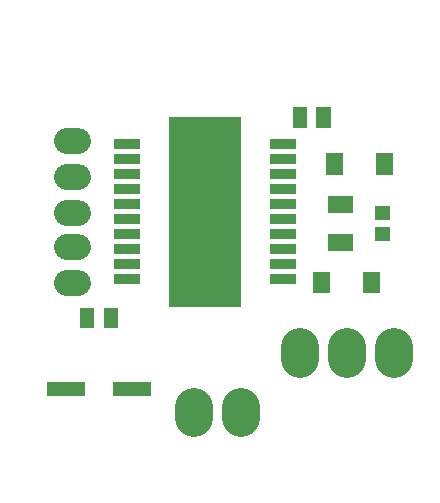
<source format=gts>
G04 Layer: TopSolderMaskLayer*
G04 EasyEDA v6.3.53, 2020-06-26T16:53:54--4:00*
G04 395d111042f2402990e7a52cfaf045f1,10*
G04 Gerber Generator version 0.2*
G04 Scale: 100 percent, Rotated: No, Reflected: No *
G04 Dimensions in millimeters *
G04 leading zeros omitted , absolute positions ,3 integer and 3 decimal *
%FSLAX33Y33*%
%MOMM*%
G90*
G71D02*

%ADD26C,2.203196*%
%ADD27C,3.203194*%
%ADD29R,6.203188X16.103194*%

%LPD*%
G54D26*
G01X1966Y25482D02*
G01X2966Y25482D01*
G01X1966Y22434D02*
G01X2966Y22434D01*
G01X1966Y19386D02*
G01X2966Y19386D01*
G01X1966Y16465D02*
G01X2966Y16465D01*
G01X1966Y13417D02*
G01X2966Y13417D01*
G54D27*
G01X12716Y2974D02*
G01X12716Y1974D01*
G01X16715Y2974D02*
G01X16715Y1974D01*
G01X29715Y7974D02*
G01X29715Y6974D01*
G01X25715Y7974D02*
G01X25715Y6974D01*
G01X21715Y7974D02*
G01X21715Y6974D01*
G36*
G01X6014Y24770D02*
G01X6014Y25609D01*
G01X8216Y25609D01*
G01X8216Y24770D01*
G01X6014Y24770D01*
G37*
G36*
G01X6014Y23500D02*
G01X6014Y24339D01*
G01X8216Y24339D01*
G01X8216Y23500D01*
G01X6014Y23500D01*
G37*
G36*
G01X6014Y22230D02*
G01X6014Y23069D01*
G01X8216Y23069D01*
G01X8216Y22230D01*
G01X6014Y22230D01*
G37*
G36*
G01X6014Y20960D02*
G01X6014Y21799D01*
G01X8216Y21799D01*
G01X8216Y20960D01*
G01X6014Y20960D01*
G37*
G36*
G01X6014Y19690D02*
G01X6014Y20529D01*
G01X8216Y20529D01*
G01X8216Y19690D01*
G01X6014Y19690D01*
G37*
G36*
G01X6014Y18420D02*
G01X6014Y19259D01*
G01X8216Y19259D01*
G01X8216Y18420D01*
G01X6014Y18420D01*
G37*
G36*
G01X6014Y17150D02*
G01X6014Y17989D01*
G01X8216Y17989D01*
G01X8216Y17150D01*
G01X6014Y17150D01*
G37*
G36*
G01X6014Y15880D02*
G01X6014Y16719D01*
G01X8216Y16719D01*
G01X8216Y15880D01*
G01X6014Y15880D01*
G37*
G36*
G01X6014Y14610D02*
G01X6014Y15449D01*
G01X8216Y15449D01*
G01X8216Y14610D01*
G01X6014Y14610D01*
G37*
G36*
G01X6014Y13340D02*
G01X6014Y14179D01*
G01X8216Y14179D01*
G01X8216Y13340D01*
G01X6014Y13340D01*
G37*
G36*
G01X19215Y13340D02*
G01X19215Y14179D01*
G01X21417Y14179D01*
G01X21417Y13340D01*
G01X19215Y13340D01*
G37*
G36*
G01X19215Y14610D02*
G01X19215Y15449D01*
G01X21417Y15449D01*
G01X21417Y14610D01*
G01X19215Y14610D01*
G37*
G36*
G01X19215Y15880D02*
G01X19215Y16719D01*
G01X21417Y16719D01*
G01X21417Y15880D01*
G01X19215Y15880D01*
G37*
G36*
G01X19215Y17150D02*
G01X19215Y17989D01*
G01X21417Y17989D01*
G01X21417Y17150D01*
G01X19215Y17150D01*
G37*
G36*
G01X19215Y18420D02*
G01X19215Y19259D01*
G01X21417Y19259D01*
G01X21417Y18420D01*
G01X19215Y18420D01*
G37*
G36*
G01X19215Y19690D02*
G01X19215Y20529D01*
G01X21417Y20529D01*
G01X21417Y19690D01*
G01X19215Y19690D01*
G37*
G36*
G01X19215Y20960D02*
G01X19215Y21799D01*
G01X21417Y21799D01*
G01X21417Y20960D01*
G01X19215Y20960D01*
G37*
G36*
G01X19215Y22230D02*
G01X19215Y23069D01*
G01X21417Y23069D01*
G01X21417Y22230D01*
G01X19215Y22230D01*
G37*
G36*
G01X19215Y23500D02*
G01X19215Y24339D01*
G01X21417Y24339D01*
G01X21417Y23500D01*
G01X19215Y23500D01*
G37*
G36*
G01X19215Y24770D02*
G01X19215Y25609D01*
G01X21417Y25609D01*
G01X21417Y24770D01*
G01X19215Y24770D01*
G37*
G54D29*
G01X13716Y19474D03*
G36*
G01X28064Y18773D02*
G01X28064Y19975D01*
G01X29367Y19975D01*
G01X29367Y18773D01*
G01X28064Y18773D01*
G37*
G36*
G01X28064Y16973D02*
G01X28064Y18177D01*
G01X29367Y18177D01*
G01X29367Y16973D01*
G01X28064Y16973D01*
G37*
G36*
G01X314Y3874D02*
G01X314Y5075D01*
G01X3517Y5075D01*
G01X3517Y3874D01*
G01X314Y3874D01*
G37*
G36*
G01X5915Y3874D02*
G01X5915Y5075D01*
G01X9118Y5075D01*
G01X9118Y3874D01*
G01X5915Y3874D01*
G37*
G36*
G01X22819Y12548D02*
G01X22819Y14402D01*
G01X24292Y14402D01*
G01X24292Y12548D01*
G01X22819Y12548D01*
G37*
G36*
G01X27061Y12548D02*
G01X27061Y14402D01*
G01X28534Y14402D01*
G01X28534Y12548D01*
G01X27061Y12548D01*
G37*
G36*
G01X28138Y22548D02*
G01X28138Y24402D01*
G01X29611Y24402D01*
G01X29611Y22548D01*
G01X28138Y22548D01*
G37*
G36*
G01X23896Y22548D02*
G01X23896Y24402D01*
G01X25369Y24402D01*
G01X25369Y22548D01*
G01X23896Y22548D01*
G37*
G36*
G01X24094Y19358D02*
G01X24094Y20760D01*
G01X26197Y20760D01*
G01X26197Y19358D01*
G01X24094Y19358D01*
G37*
G36*
G01X24094Y16157D02*
G01X24094Y17559D01*
G01X26197Y17559D01*
G01X26197Y16157D01*
G01X24094Y16157D01*
G37*
G36*
G01X21115Y26597D02*
G01X21115Y28352D01*
G01X22316Y28352D01*
G01X22316Y26597D01*
G01X21115Y26597D01*
G37*
G36*
G01X23114Y26597D02*
G01X23114Y28352D01*
G01X24317Y28352D01*
G01X24317Y26597D01*
G01X23114Y26597D01*
G37*
G36*
G01X3114Y9599D02*
G01X3114Y11352D01*
G01X4318Y11352D01*
G01X4318Y9599D01*
G01X3114Y9599D01*
G37*
G36*
G01X5115Y9599D02*
G01X5115Y11352D01*
G01X6316Y11352D01*
G01X6316Y9599D01*
G01X5115Y9599D01*
G37*
M00*
M02*

</source>
